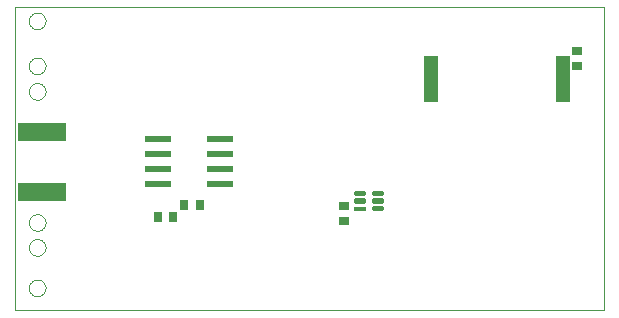
<source format=gbp>
G75*
G70*
%OFA0B0*%
%FSLAX24Y24*%
%IPPOS*%
%LPD*%
%AMOC8*
5,1,8,0,0,1.08239X$1,22.5*
%
%ADD10C,0.0000*%
%ADD11R,0.1600X0.0600*%
%ADD12R,0.0394X0.0157*%
%ADD13C,0.0118*%
%ADD14R,0.0354X0.0276*%
%ADD15R,0.0870X0.0240*%
%ADD16R,0.0472X0.1575*%
%ADD17R,0.0276X0.0354*%
D10*
X000260Y000270D02*
X000260Y010370D01*
X019910Y010370D01*
X019910Y000270D01*
X000260Y000270D01*
X000734Y001020D02*
X000736Y001053D01*
X000742Y001085D01*
X000751Y001116D01*
X000764Y001146D01*
X000781Y001174D01*
X000801Y001200D01*
X000824Y001224D01*
X000849Y001244D01*
X000877Y001262D01*
X000906Y001276D01*
X000937Y001286D01*
X000969Y001293D01*
X001002Y001296D01*
X001035Y001295D01*
X001067Y001290D01*
X001098Y001281D01*
X001129Y001269D01*
X001157Y001253D01*
X001184Y001234D01*
X001208Y001212D01*
X001229Y001187D01*
X001248Y001160D01*
X001263Y001131D01*
X001274Y001101D01*
X001282Y001069D01*
X001286Y001036D01*
X001286Y001004D01*
X001282Y000971D01*
X001274Y000939D01*
X001263Y000909D01*
X001248Y000880D01*
X001229Y000853D01*
X001208Y000828D01*
X001184Y000806D01*
X001157Y000787D01*
X001129Y000771D01*
X001098Y000759D01*
X001067Y000750D01*
X001035Y000745D01*
X001002Y000744D01*
X000969Y000747D01*
X000937Y000754D01*
X000906Y000764D01*
X000877Y000778D01*
X000849Y000796D01*
X000824Y000816D01*
X000801Y000840D01*
X000781Y000866D01*
X000764Y000894D01*
X000751Y000924D01*
X000742Y000955D01*
X000736Y000987D01*
X000734Y001020D01*
X000734Y002370D02*
X000736Y002403D01*
X000742Y002435D01*
X000751Y002466D01*
X000764Y002496D01*
X000781Y002524D01*
X000801Y002550D01*
X000824Y002574D01*
X000849Y002594D01*
X000877Y002612D01*
X000906Y002626D01*
X000937Y002636D01*
X000969Y002643D01*
X001002Y002646D01*
X001035Y002645D01*
X001067Y002640D01*
X001098Y002631D01*
X001129Y002619D01*
X001157Y002603D01*
X001184Y002584D01*
X001208Y002562D01*
X001229Y002537D01*
X001248Y002510D01*
X001263Y002481D01*
X001274Y002451D01*
X001282Y002419D01*
X001286Y002386D01*
X001286Y002354D01*
X001282Y002321D01*
X001274Y002289D01*
X001263Y002259D01*
X001248Y002230D01*
X001229Y002203D01*
X001208Y002178D01*
X001184Y002156D01*
X001157Y002137D01*
X001129Y002121D01*
X001098Y002109D01*
X001067Y002100D01*
X001035Y002095D01*
X001002Y002094D01*
X000969Y002097D01*
X000937Y002104D01*
X000906Y002114D01*
X000877Y002128D01*
X000849Y002146D01*
X000824Y002166D01*
X000801Y002190D01*
X000781Y002216D01*
X000764Y002244D01*
X000751Y002274D01*
X000742Y002305D01*
X000736Y002337D01*
X000734Y002370D01*
X000734Y003200D02*
X000736Y003233D01*
X000742Y003265D01*
X000751Y003296D01*
X000764Y003326D01*
X000781Y003354D01*
X000801Y003380D01*
X000824Y003404D01*
X000849Y003424D01*
X000877Y003442D01*
X000906Y003456D01*
X000937Y003466D01*
X000969Y003473D01*
X001002Y003476D01*
X001035Y003475D01*
X001067Y003470D01*
X001098Y003461D01*
X001129Y003449D01*
X001157Y003433D01*
X001184Y003414D01*
X001208Y003392D01*
X001229Y003367D01*
X001248Y003340D01*
X001263Y003311D01*
X001274Y003281D01*
X001282Y003249D01*
X001286Y003216D01*
X001286Y003184D01*
X001282Y003151D01*
X001274Y003119D01*
X001263Y003089D01*
X001248Y003060D01*
X001229Y003033D01*
X001208Y003008D01*
X001184Y002986D01*
X001157Y002967D01*
X001129Y002951D01*
X001098Y002939D01*
X001067Y002930D01*
X001035Y002925D01*
X001002Y002924D01*
X000969Y002927D01*
X000937Y002934D01*
X000906Y002944D01*
X000877Y002958D01*
X000849Y002976D01*
X000824Y002996D01*
X000801Y003020D01*
X000781Y003046D01*
X000764Y003074D01*
X000751Y003104D01*
X000742Y003135D01*
X000736Y003167D01*
X000734Y003200D01*
X000734Y007570D02*
X000736Y007603D01*
X000742Y007635D01*
X000751Y007666D01*
X000764Y007696D01*
X000781Y007724D01*
X000801Y007750D01*
X000824Y007774D01*
X000849Y007794D01*
X000877Y007812D01*
X000906Y007826D01*
X000937Y007836D01*
X000969Y007843D01*
X001002Y007846D01*
X001035Y007845D01*
X001067Y007840D01*
X001098Y007831D01*
X001129Y007819D01*
X001157Y007803D01*
X001184Y007784D01*
X001208Y007762D01*
X001229Y007737D01*
X001248Y007710D01*
X001263Y007681D01*
X001274Y007651D01*
X001282Y007619D01*
X001286Y007586D01*
X001286Y007554D01*
X001282Y007521D01*
X001274Y007489D01*
X001263Y007459D01*
X001248Y007430D01*
X001229Y007403D01*
X001208Y007378D01*
X001184Y007356D01*
X001157Y007337D01*
X001129Y007321D01*
X001098Y007309D01*
X001067Y007300D01*
X001035Y007295D01*
X001002Y007294D01*
X000969Y007297D01*
X000937Y007304D01*
X000906Y007314D01*
X000877Y007328D01*
X000849Y007346D01*
X000824Y007366D01*
X000801Y007390D01*
X000781Y007416D01*
X000764Y007444D01*
X000751Y007474D01*
X000742Y007505D01*
X000736Y007537D01*
X000734Y007570D01*
X000734Y008420D02*
X000736Y008453D01*
X000742Y008485D01*
X000751Y008516D01*
X000764Y008546D01*
X000781Y008574D01*
X000801Y008600D01*
X000824Y008624D01*
X000849Y008644D01*
X000877Y008662D01*
X000906Y008676D01*
X000937Y008686D01*
X000969Y008693D01*
X001002Y008696D01*
X001035Y008695D01*
X001067Y008690D01*
X001098Y008681D01*
X001129Y008669D01*
X001157Y008653D01*
X001184Y008634D01*
X001208Y008612D01*
X001229Y008587D01*
X001248Y008560D01*
X001263Y008531D01*
X001274Y008501D01*
X001282Y008469D01*
X001286Y008436D01*
X001286Y008404D01*
X001282Y008371D01*
X001274Y008339D01*
X001263Y008309D01*
X001248Y008280D01*
X001229Y008253D01*
X001208Y008228D01*
X001184Y008206D01*
X001157Y008187D01*
X001129Y008171D01*
X001098Y008159D01*
X001067Y008150D01*
X001035Y008145D01*
X001002Y008144D01*
X000969Y008147D01*
X000937Y008154D01*
X000906Y008164D01*
X000877Y008178D01*
X000849Y008196D01*
X000824Y008216D01*
X000801Y008240D01*
X000781Y008266D01*
X000764Y008294D01*
X000751Y008324D01*
X000742Y008355D01*
X000736Y008387D01*
X000734Y008420D01*
X000734Y009920D02*
X000736Y009953D01*
X000742Y009985D01*
X000751Y010016D01*
X000764Y010046D01*
X000781Y010074D01*
X000801Y010100D01*
X000824Y010124D01*
X000849Y010144D01*
X000877Y010162D01*
X000906Y010176D01*
X000937Y010186D01*
X000969Y010193D01*
X001002Y010196D01*
X001035Y010195D01*
X001067Y010190D01*
X001098Y010181D01*
X001129Y010169D01*
X001157Y010153D01*
X001184Y010134D01*
X001208Y010112D01*
X001229Y010087D01*
X001248Y010060D01*
X001263Y010031D01*
X001274Y010001D01*
X001282Y009969D01*
X001286Y009936D01*
X001286Y009904D01*
X001282Y009871D01*
X001274Y009839D01*
X001263Y009809D01*
X001248Y009780D01*
X001229Y009753D01*
X001208Y009728D01*
X001184Y009706D01*
X001157Y009687D01*
X001129Y009671D01*
X001098Y009659D01*
X001067Y009650D01*
X001035Y009645D01*
X001002Y009644D01*
X000969Y009647D01*
X000937Y009654D01*
X000906Y009664D01*
X000877Y009678D01*
X000849Y009696D01*
X000824Y009716D01*
X000801Y009740D01*
X000781Y009766D01*
X000764Y009794D01*
X000751Y009824D01*
X000742Y009855D01*
X000736Y009887D01*
X000734Y009920D01*
D11*
X001170Y006210D03*
X001170Y004210D03*
D12*
X011775Y003659D03*
D13*
X011913Y003896D02*
X011637Y003896D01*
X011637Y003934D01*
X011913Y003934D01*
X011913Y003896D01*
X011913Y004152D02*
X011637Y004152D01*
X011637Y004190D01*
X011913Y004190D01*
X011913Y004152D01*
X012227Y004190D02*
X012503Y004190D01*
X012503Y004152D01*
X012227Y004152D01*
X012227Y004190D01*
X012227Y003934D02*
X012503Y003934D01*
X012503Y003896D01*
X012227Y003896D01*
X012227Y003934D01*
X012227Y003678D02*
X012503Y003678D01*
X012503Y003640D01*
X012227Y003640D01*
X012227Y003678D01*
D14*
X011245Y003746D03*
X011245Y003234D03*
X019015Y008404D03*
X019015Y008916D03*
D15*
X007110Y005975D03*
X007110Y005475D03*
X007110Y004975D03*
X007110Y004475D03*
X005050Y004475D03*
X005050Y004975D03*
X005050Y005475D03*
X005050Y005975D03*
D16*
X014120Y007975D03*
X018530Y007975D03*
D17*
X006421Y003795D03*
X005909Y003795D03*
X005541Y003390D03*
X005029Y003390D03*
M02*

</source>
